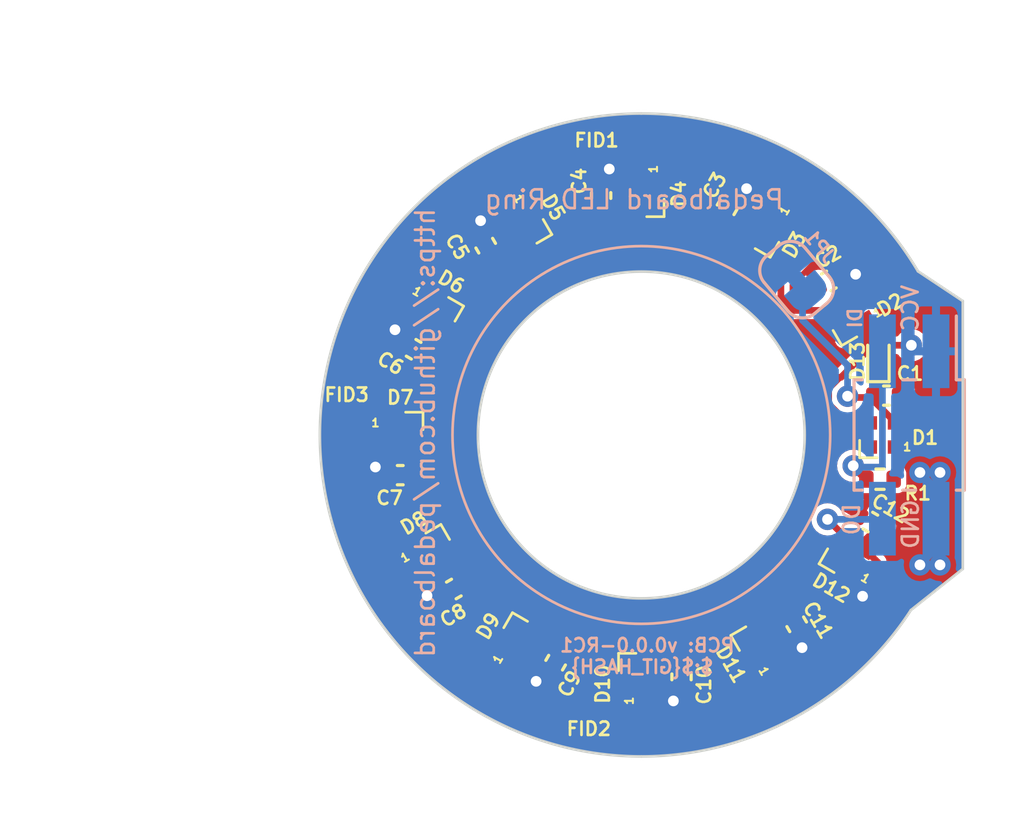
<source format=kicad_pcb>
(kicad_pcb (version 20221018) (generator pcbnew)
  (title_block (title "Pedalboard LED Ring") (date "2023-05-29") (rev "0.0.0-RC1") (company "https://github.com/pedalboard") (comment 1 "Source Code: https://github.com/pedalboard/pedalboard-display") (comment 2 "License: CERN Open Hardware Licence Version 2 - Permissive") (comment 3 "Git commit: ${GIT_HASH}"))
  (layers (0 "F.Cu" signal) (31 "B.Cu" signal) (34 "B.Paste" user) (35 "F.Paste" user) (36 "B.SilkS" user "B.Silkscreen") (37 "F.SilkS" user "F.Silkscreen") (38 "B.Mask" user) (39 "F.Mask" user) (44 "Edge.Cuts" user))
  (net 0 "")
  (net 1 "Net-(D1-DOUT)")
  (net 2 "Net-(D1-DIN)")
  (net 3 "Net-(D2-DOUT)")
  (net 4 "Net-(D3-DOUT)")
  (net 5 "Net-(D4-DOUT)")
  (net 6 "Net-(D5-DOUT)")
  (net 7 "Net-(D6-DOUT)")
  (net 8 "Net-(D12-DOUT)")
  (net 9 "VCC")
  (net 10 "GND")
  (net 11 "Net-(D7-DOUT)")
  (net 12 "Net-(D8-DOUT)")
  (net 13 "Net-(D10-DIN)")
  (net 14 "Net-(D11-DOUT)")
  (net 15 "Net-(D10-DOUT)")
  (net 16 "Net-(D1-VDD)")
  (net 17 "Net-(J1-Pin_3)")
  (footprint "Fiducial:Fiducial_0.5mm_Mask1mm" (layer "F.Cu") (at 80 71)
    (fp_text reference "FID2" (at -1.96 -0.03) (layer "F.SilkS") (effects (font (size 0.5 0.5) (thickness 0.1) bold)))
    (fp_text value "Fiducial")
    (pad "" smd circle (at 0 0) (size 0.5 0.5) (layers "F.Cu" "F.Mask") (clearance 0.25))
  )
  (footprint "Library:LED_SK6812_EC15_1.5x1.5mm" (layer "F.Cu") (at 84.5 67.794229 120)
    (fp_text reference "D11" (at -0.086842 -1.378044 120) (layer "F.SilkS") (effects (font (size 0.5 0.5) (thickness 0.1) bold)))
    (fp_text value "SK6812_EC15")
    (fp_text user "1" (at -0.925 -0.45 120) (layer "F.SilkS") (effects (font (size 0.3 0.3) (thickness 0.075))))
    (fp_line (start 0.85 -0.85) (end 0.2 -0.85) (stroke (width 0.1)) (layer "F.SilkS"))
    (fp_line (start 0.85 -0.2) (end 0.85 -0.85) (stroke (width 0.1)) (layer "F.SilkS"))
    (pad "1" smd rect (at -0.45 -0.45 120) (size 0.5 0.5) (layers "F.Cu" "F.Paste" "F.Mask") (net 15 "Net-(D10-DOUT)"))
    (pad "2" smd rect (at -0.45 0.45 120) (size 0.5 0.5) (layers "F.Cu" "F.Paste" "F.Mask") (net 9 "VCC"))
    (pad "3" smd rect (at 0.45 0.45 120) (size 0.5 0.5) (layers "F.Cu" "F.Paste" "F.Mask") (net 14 "Net-(D11-DOUT)"))
    (pad "4" smd rect (at 0.45 -0.45 120) (size 0.5 0.5) (layers "F.Cu" "F.Paste" "F.Mask") (net 10 "GND"))
  )
  (footprint "Capacitor_SMD:C_0402_1005Metric" (layer "F.Cu") (at 78.5 51.06 -90)
    (fp_text reference "C4" (at -0.54 0.82 -90) (layer "F.SilkS") (effects (font (size 0.5 0.5) (thickness 0.1) bold)))
    (fp_text value "1uF")
    (fp_line (start -0.107836 -0.36) (end 0.107836 -0.36) (stroke (width 0.12)) (layer "F.SilkS"))
    (fp_line (start -0.107836 0.36) (end 0.107836 0.36) (stroke (width 0.12)) (layer "F.SilkS"))
    (pad "1" smd roundrect (at -0.48 0 270) (size 0.56 0.62) (layers "F.Cu" "F.Paste" "F.Mask") (net 9 "VCC"))
    (pad "2" smd roundrect (at 0.48 0 270) (size 0.56 0.62) (layers "F.Cu" "F.Paste" "F.Mask") (net 10 "GND"))
  )
  (footprint "Capacitor_SMD:C_0402_1005Metric" (layer "F.Cu") (at 74.19 52.932733 -60)
    (fp_text reference "C5" (at -0.497726 0.93662 -60) (layer "F.SilkS") (effects (font (size 0.5 0.5) (thickness 0.1) bold)))
    (fp_text value "1uF")
    (fp_line (start -0.107836 -0.36) (end 0.107836 -0.36) (stroke (width 0.12)) (layer "F.SilkS"))
    (fp_line (start -0.107836 0.36) (end 0.107836 0.36) (stroke (width 0.12)) (layer "F.SilkS"))
    (pad "1" smd roundrect (at -0.48 0 300) (size 0.56 0.62) (layers "F.Cu" "F.Paste" "F.Mask") (net 9 "VCC"))
    (pad "2" smd roundrect (at 0.48 0 300) (size 0.56 0.62) (layers "F.Cu" "F.Paste" "F.Mask") (net 10 "GND"))
  )
  (footprint "Library:LED_SK6812_EC15_1.5x1.5mm" (layer "F.Cu") (at 89 60 180)
    (fp_text reference "D1" (at -1.59 -0.1) (layer "F.SilkS") (effects (font (size 0.5 0.5) (thickness 0.1) bold)))
    (fp_text value "SK6812_EC15")
    (fp_text user "1" (at -0.925 -0.45) (layer "F.SilkS") (effects (font (size 0.3 0.3) (thickness 0.075))))
    (fp_line (start 0.85 -0.85) (end 0.2 -0.85) (stroke (width 0.1)) (layer "F.SilkS"))
    (fp_line (start 0.85 -0.2) (end 0.85 -0.85) (stroke (width 0.1)) (layer "F.SilkS"))
    (pad "1" smd rect (at -0.45 -0.45 180) (size 0.5 0.5) (layers "F.Cu" "F.Paste" "F.Mask") (net 2 "Net-(D1-DIN)"))
    (pad "2" smd rect (at -0.45 0.45 180) (size 0.5 0.5) (layers "F.Cu" "F.Paste" "F.Mask") (net 16 "Net-(D1-VDD)"))
    (pad "3" smd rect (at 0.45 0.45 180) (size 0.5 0.5) (layers "F.Cu" "F.Paste" "F.Mask") (net 1 "Net-(D1-DOUT)"))
    (pad "4" smd rect (at 0.45 -0.45 180) (size 0.5 0.5) (layers "F.Cu" "F.Paste" "F.Mask") (net 10 "GND"))
  )
  (footprint "Library:LED_SK6812_EC15_1.5x1.5mm" (layer "F.Cu") (at 80 51 -90)
    (fp_text reference "D4" (at 0 -1.4 90) (layer "F.SilkS") (effects (font (size 0.5 0.5) (thickness 0.1) bold)))
    (fp_text value "SK6812_EC15")
    (fp_text user "1" (at -0.925 -0.45 90) (layer "F.SilkS") (effects (font (size 0.3 0.3) (thickness 0.075))))
    (fp_line (start 0.85 -0.85) (end 0.2 -0.85) (stroke (width 0.1)) (layer "F.SilkS"))
    (fp_line (start 0.85 -0.2) (end 0.85 -0.85) (stroke (width 0.1)) (layer "F.SilkS"))
    (pad "1" smd rect (at -0.45 -0.45 270) (size 0.5 0.5) (layers "F.Cu" "F.Paste" "F.Mask") (net 4 "Net-(D3-DOUT)"))
    (pad "2" smd rect (at -0.45 0.45 270) (size 0.5 0.5) (layers "F.Cu" "F.Paste" "F.Mask") (net 9 "VCC"))
    (pad "3" smd rect (at 0.45 0.45 270) (size 0.5 0.5) (layers "F.Cu" "F.Paste" "F.Mask") (net 5 "Net-(D4-DOUT)"))
    (pad "4" smd rect (at 0.45 -0.45 270) (size 0.5 0.5) (layers "F.Cu" "F.Paste" "F.Mask") (net 10 "GND"))
  )
  (footprint "Library:LED_SK6812_EC15_1.5x1.5mm" (layer "F.Cu") (at 87.794229 64.5 150)
    (fp_text reference "D12" (at 0 -1.4 150) (layer "F.SilkS") (effects (font (size 0.5 0.5) (thickness 0.1) bold)))
    (fp_text value "SK6812_EC15")
    (fp_text user "1" (at -0.925 -0.45 150) (layer "F.SilkS") (effects (font (size 0.3 0.3) (thickness 0.075))))
    (fp_line (start 0.85 -0.85) (end 0.2 -0.85) (stroke (width 0.1)) (layer "F.SilkS"))
    (fp_line (start 0.85 -0.2) (end 0.85 -0.85) (stroke (width 0.1)) (layer "F.SilkS"))
    (pad "1" smd rect (at -0.45 -0.45 150) (size 0.5 0.5) (layers "F.Cu" "F.Paste" "F.Mask") (net 14 "Net-(D11-DOUT)"))
    (pad "2" smd rect (at -0.45 0.45 150) (size 0.5 0.5) (layers "F.Cu" "F.Paste" "F.Mask") (net 9 "VCC"))
    (pad "3" smd rect (at 0.45 0.45 150) (size 0.5 0.5) (layers "F.Cu" "F.Paste" "F.Mask") (net 8 "Net-(D12-DOUT)"))
    (pad "4" smd rect (at 0.45 -0.45 150) (size 0.5 0.5) (layers "F.Cu" "F.Paste" "F.Mask") (net 10 "GND"))
  )
  (footprint "Library:LED_SK6812_EC15_1.5x1.5mm" (layer "F.Cu") (at 72.205771 64.5 30)
    (fp_text reference "D8" (at 0 -1.4 30) (layer "F.SilkS") (effects (font (size 0.5 0.5) (thickness 0.1) bold)))
    (fp_text value "SK6812_EC15")
    (fp_text user "1" (at -0.925 -0.45 30) (layer "F.SilkS") (effects (font (size 0.3 0.3) (thickness 0.075))))
    (fp_line (start 0.85 -0.85) (end 0.2 -0.85) (stroke (width 0.1)) (layer "F.SilkS"))
    (fp_line (start 0.85 -0.2) (end 0.85 -0.85) (stroke (width 0.1)) (layer "F.SilkS"))
    (pad "1" smd rect (at -0.45 -0.45 30) (size 0.5 0.5) (layers "F.Cu" "F.Paste" "F.Mask") (net 11 "Net-(D7-DOUT)"))
    (pad "2" smd rect (at -0.45 0.45 30) (size 0.5 0.5) (layers "F.Cu" "F.Paste" "F.Mask") (net 9 "VCC"))
    (pad "3" smd rect (at 0.45 0.45 30) (size 0.5 0.5) (layers "F.Cu" "F.Paste" "F.Mask") (net 12 "Net-(D8-DOUT)"))
    (pad "4" smd rect (at 0.45 -0.45 30) (size 0.5 0.5) (layers "F.Cu" "F.Paste" "F.Mask") (net 10 "GND"))
  )
  (footprint "Library:LED_SK6812_EC15_1.5x1.5mm" (layer "F.Cu") (at 80 69 90)
    (fp_text reference "D10" (at -0.3 -1.44 90) (layer "F.SilkS") (effects (font (size 0.5 0.5) (thickness 0.1) bold)))
    (fp_text value "SK6812_EC15")
    (fp_text user "1" (at -0.925 -0.45 90) (layer "F.SilkS") (effects (font (size 0.3 0.3) (thickness 0.075))))
    (fp_line (start 0.85 -0.85) (end 0.2 -0.85) (stroke (width 0.1)) (layer "F.SilkS"))
    (fp_line (start 0.85 -0.2) (end 0.85 -0.85) (stroke (width 0.1)) (layer "F.SilkS"))
    (pad "1" smd rect (at -0.45 -0.45 90) (size 0.5 0.5) (layers "F.Cu" "F.Paste" "F.Mask") (net 13 "Net-(D10-DIN)"))
    (pad "2" smd rect (at -0.45 0.45 90) (size 0.5 0.5) (layers "F.Cu" "F.Paste" "F.Mask") (net 9 "VCC"))
    (pad "3" smd rect (at 0.45 0.45 90) (size 0.5 0.5) (layers "F.Cu" "F.Paste" "F.Mask") (net 15 "Net-(D10-DOUT)"))
    (pad "4" smd rect (at 0.45 -0.45 90) (size 0.5 0.5) (layers "F.Cu" "F.Paste" "F.Mask") (net 10 "GND"))
  )
  (footprint "Library:LED_SK6812_EC15_1.5x1.5mm" (layer "F.Cu") (at 71 60)
    (fp_text reference "D7" (at 0 -1.4) (layer "F.SilkS") (effects (font (size 0.5 0.5) (thickness 0.1) bold)))
    (fp_text value "SK6812_EC15")
    (fp_text user "1" (at -0.925 -0.45) (layer "F.SilkS") (effects (font (size 0.3 0.3) (thickness 0.075))))
    (fp_line (start 0.85 -0.85) (end 0.2 -0.85) (stroke (width 0.1)) (layer "F.SilkS"))
    (fp_line (start 0.85 -0.2) (end 0.85 -0.85) (stroke (width 0.1)) (layer "F.SilkS"))
    (pad "1" smd rect (at -0.45 -0.45) (size 0.5 0.5) (layers "F.Cu" "F.Paste" "F.Mask") (net 7 "Net-(D6-DOUT)"))
    (pad "2" smd rect (at -0.45 0.45) (size 0.5 0.5) (layers "F.Cu" "F.Paste" "F.Mask") (net 9 "VCC"))
    (pad "3" smd rect (at 0.45 0.45) (size 0.5 0.5) (layers "F.Cu" "F.Paste" "F.Mask") (net 11 "Net-(D7-DOUT)"))
    (pad "4" smd rect (at 0.45 -0.45) (size 0.5 0.5) (layers "F.Cu" "F.Paste" "F.Mask") (net 10 "GND"))
  )
  (footprint "Library:LED_SK6812_EC15_1.5x1.5mm" (layer "F.Cu") (at 72.205771 55.5 -30)
    (fp_text reference "D6" (at 0 -1.4 150) (layer "F.SilkS") (effects (font (size 0.5 0.5) (thickness 0.1) bold)))
    (fp_text value "SK6812_EC15")
    (fp_text user "1" (at -0.925 -0.45 150) (layer "F.SilkS") (effects (font (size 0.3 0.3) (thickness 0.075))))
    (fp_line (start 0.85 -0.85) (end 0.2 -0.85) (stroke (width 0.1)) (layer "F.SilkS"))
    (fp_line (start 0.85 -0.2) (end 0.85 -0.85) (stroke (width 0.1)) (layer "F.SilkS"))
    (pad "1" smd rect (at -0.45 -0.45 330) (size 0.5 0.5) (layers "F.Cu" "F.Paste" "F.Mask") (net 6 "Net-(D5-DOUT)"))
    (pad "2" smd rect (at -0.45 0.45 330) (size 0.5 0.5) (layers "F.Cu" "F.Paste" "F.Mask") (net 9 "VCC"))
    (pad "3" smd rect (at 0.45 0.45 330) (size 0.5 0.5) (layers "F.Cu" "F.Paste" "F.Mask") (net 7 "Net-(D6-DOUT)"))
    (pad "4" smd rect (at 0.45 -0.45 330) (size 0.5 0.5) (layers "F.Cu" "F.Paste" "F.Mask") (net 10 "GND"))
  )
  (footprint "Fiducial:Fiducial_0.5mm_Mask1mm" (layer "F.Cu") (at 80 49)
    (fp_text reference "FID1" (at -1.67 0) (layer "F.SilkS") (effects (font (size 0.5 0.5) (thickness 0.1) bold)))
    (fp_text value "Fiducial")
    (pad "" smd circle (at 0 0) (size 0.5 0.5) (layers "F.Cu" "F.Mask") (clearance 0.25))
  )
  (footprint "Capacitor_SMD:C_0402_1005Metric" (layer "F.Cu") (at 71 61.5)
    (fp_text reference "C7" (at -0.4 0.85) (layer "F.SilkS") (effects (font (size 0.5 0.5) (thickness 0.1) bold)))
    (fp_text value "1uF")
    (fp_line (start -0.107836 -0.36) (end 0.107836 -0.36) (stroke (width 0.12)) (layer "F.SilkS"))
    (fp_line (start -0.107836 0.36) (end 0.107836 0.36) (stroke (width 0.12)) (layer "F.SilkS"))
    (pad "1" smd roundrect (at -0.48 0) (size 0.56 0.62) (layers "F.Cu" "F.Paste" "F.Mask") (net 9 "VCC"))
    (pad "2" smd roundrect (at 0.48 0) (size 0.56 0.62) (layers "F.Cu" "F.Paste" "F.Mask") (net 10 "GND"))
  )
  (footprint "Diode_SMD:D_SOD-923" (layer "F.Cu") (at 88.85 57.15 90)
    (fp_text reference "D13" (at -0.1 -0.78 90) (layer "F.SilkS") (effects (font (size 0.5 0.5) (thickness 0.1) bold)))
    (fp_text value "1N4148W")
    (fp_line (start -0.86 -0.4) (end -0.86 0.4) (stroke (width 0.12)) (layer "F.SilkS"))
    (fp_line (start 0.5 -0.4) (end -0.86 -0.4) (stroke (width 0.12)) (layer "F.SilkS"))
    (fp_line (start 0.5 0.4) (end -0.86 0.4) (stroke (width 0.12)) (layer "F.SilkS"))
    (pad "1" smd roundrect (at -0.42 0 270) (size 0.36 0.25) (layers "F.Cu" "F.Paste" "F.Mask") (net 16 "Net-(D1-VDD)"))
    (pad "2" smd roundrect (at 0.42 0 270) (size 0.36 0.25) (layers "F.Cu" "F.Paste" "F.Mask") (net 9 "VCC"))
  )
  (footprint "Capacitor_SMD:C_0402_1005Metric" (layer "F.Cu") (at 73 65.75 30)
    (fp_text reference "C8" (at -0.512321 0.847365 30) (layer "F.SilkS") (effects (font (size 0.5 0.5) (thickness 0.1) bold)))
    (fp_text value "1uF")
    (fp_line (start -0.107836 -0.36) (end 0.107836 -0.36) (stroke (width 0.12)) (layer "F.SilkS"))
    (fp_line (start -0.107836 0.36) (end 0.107836 0.36) (stroke (width 0.12)) (layer "F.SilkS"))
    (pad "1" smd roundrect (at -0.48 0 30) (size 0.56 0.62) (layers "F.Cu" "F.Paste" "F.Mask") (net 9 "VCC"))
    (pad "2" smd roundrect (at 0.48 0 30) (size 0.56 0.62) (layers "F.Cu" "F.Paste" "F.Mask") (net 10 "GND"))
  )
  (footprint "Capacitor_SMD:C_0402_1005Metric" (layer "F.Cu") (at 76.8 68.5 60)
    (fp_text reference "C9" (at -0.43282 0.850333 60) (layer "F.SilkS") (effects (font (size 0.5 0.5) (thickness 0.1) bold)))
    (fp_text value "1uF")
    (fp_line (start -0.107836 -0.36) (end 0.107836 -0.36) (stroke (width 0.12)) (layer "F.SilkS"))
    (fp_line (start -0.107836 0.36) (end 0.107836 0.36) (stroke (width 0.12)) (layer "F.SilkS"))
    (pad "1" smd roundrect (at -0.48 0 60) (size 0.56 0.62) (layers "F.Cu" "F.Paste" "F.Mask") (net 9 "VCC"))
    (pad "2" smd roundrect (at 0.48 0 60) (size 0.56 0.62) (layers "F.Cu" "F.Paste" "F.Mask") (net 10 "GND"))
  )
  (footprint "Library:Actuator" (layer "F.Cu") (at 80 60)
    (fp_text reference "H4" hide)
    (fp_text value "Actuator Hole")
  )
  (footprint "Capacitor_SMD:C_0402_1005Metric" (layer "F.Cu") (at 85.8 67.067267 120)
    (fp_text reference "C11" (at -0.263803 0.771454 120) (layer "F.SilkS") (effects (font (size 0.5 0.5) (thickness 0.1) bold)))
    (fp_text value "1uF")
    (fp_line (start -0.107836 -0.36) (end 0.107836 -0.36) (stroke (width 0.12)) (layer "F.SilkS"))
    (fp_line (start -0.107836 0.36) (end 0.107836 0.36) (stroke (width 0.12)) (layer "F.SilkS"))
    (pad "1" smd roundrect (at -0.48 0 120) (size 0.56 0.62) (layers "F.Cu" "F.Paste" "F.Mask") (net 9 "VCC"))
    (pad "2" smd roundrect (at 0.48 0 120) (size 0.56 0.62) (layers "F.Cu" "F.Paste" "F.Mask") (net 10 "GND"))
  )
  (footprint "Capacitor_SMD:C_0402_1005Metric" (layer "F.Cu") (at 71.5 56.8 -30)
    (fp_text reference "C6" (at -0.484782 0.880333 -30) (layer "F.SilkS") (effects (font (size 0.5 0.5) (thickness 0.1) bold)))
    (fp_text value "1uF")
    (fp_line (start -0.107836 -0.36) (end 0.107836 -0.36) (stroke (width 0.12)) (layer "F.SilkS"))
    (fp_line (start -0.107836 0.36) (end 0.107836 0.36) (stroke (width 0.12)) (layer "F.SilkS"))
    (pad "1" smd roundrect (at -0.48 0 330) (size 0.56 0.62) (layers "F.Cu" "F.Paste" "F.Mask") (net 9 "VCC"))
    (pad "2" smd roundrect (at 0.48 0 330) (size 0.56 0.62) (layers "F.Cu" "F.Paste" "F.Mask") (net 10 "GND"))
  )
  (footprint "Capacitor_SMD:C_0402_1005Metric" (layer "F.Cu") (at 81.5 69.03 90)
    (fp_text reference "C10" (at -0.3 0.84 90) (layer "F.SilkS") (effects (font (size 0.5 0.5) (thickness 0.1) bold)))
    (fp_text value "1uF")
    (fp_line (start -0.107836 -0.36) (end 0.107836 -0.36) (stroke (width 0.12)) (layer "F.SilkS"))
    (fp_line (start -0.107836 0.36) (end 0.107836 0.36) (stroke (width 0.12)) (layer "F.SilkS"))
    (pad "1" smd roundrect (at -0.48 0 90) (size 0.56 0.62) (layers "F.Cu" "F.Paste" "F.Mask") (net 9 "VCC"))
    (pad "2" smd roundrect (at 0.48 0 90) (size 0.56 0.62) (layers "F.Cu" "F.Paste" "F.Mask") (net 10 "GND"))
  )
  (footprint "Library:LED_SK6812_EC15_1.5x1.5mm" (layer "F.Cu") (at 87.794229 55.5 -150)
    (fp_text reference "D2" (at -1.479036 -0.449777 30) (layer "F.SilkS") (effects (font (size 0.5 0.5) (thickness 0.1) bold)))
    (fp_text value "SK6812_EC15")
    (fp_text user "1" (at -0.925 -0.45 30) (layer "F.SilkS") (effects (font (size 0.3 0.3) (thickness 0.075))))
    (fp_line (start 0.85 -0.85) (end 0.2 -0.85) (stroke (width 0.1)) (layer "F.SilkS"))
    (fp_line (start 0.85 -0.2) (end 0.85 -0.85) (stroke (width 0.1)) (layer "F.SilkS"))
    (pad "1" smd rect (at -0.45 -0.45 210) (size 0.5 0.5) (layers "F.Cu" "F.Paste" "F.Mask") (net 1 "Net-(D1-DOUT)"))
    (pad "2" smd rect (at -0.45 0.45 210) (size 0.5 0.5) (layers "F.Cu" "F.Paste" "F.Mask") (net 9 "VCC"))
    (pad "3" smd rect (at 0.45 0.45 210) (size 0.5 0.5) (layers "F.Cu" "F.Paste" "F.Mask") (net 3 "Net-(D2-DOUT)"))
    (pad "4" smd rect (at 0.45 -0.45 210) (size 0.5 0.5) (layers "F.Cu" "F.Paste" "F.Mask") (net 10 "GND"))
  )
  (footprint "Capacitor_SMD:C_0402_1005Metric" (layer "F.Cu") (at 89.15 58.53)
    (fp_text reference "C1" (at 0.88 -0.82) (layer "F.SilkS") (effects (font (size 0.5 0.5) (thickness 0.1) bold)))
    (fp_text value "1uF")
    (fp_line (start -0.107836 -0.36) (end 0.107836 -0.36) (stroke (width 0.12)) (layer "F.SilkS"))
    (fp_line (start -0.107836 0.36) (end 0.107836 0.36) (stroke (width 0.12)) (layer "F.SilkS"))
    (pad "1" smd roundrect (at -0.48 0) (size 0.56 0.62) (layers "F.Cu" "F.Paste" "F.Mask") (net 16 "Net-(D1-VDD)"))
    (pad "2" smd roundrect (at 0.48 0) (size 0.56 0.62) (layers "F.Cu" "F.Paste" "F.Mask") (net 10 "GND"))
  )
  (footprint "Capacitor_SMD:C_0402_1005Metric" (layer "F.Cu") (at 87 54.25 -150)
    (fp_text reference "C2" (at -0.424019 0.794423 -150) (layer "F.SilkS") (effects (font (size 0.5 0.5) (thickness 0.1) bold)))
    (fp_text value "1uF")
    (fp_line (start -0.107836 -0.36) (end 0.107836 -0.36) (stroke (width 0.12)) (layer "F.SilkS"))
    (fp_line (start -0.107836 0.36) (end 0.107836 0.36) (stroke (width 0.12)) (layer "F.SilkS"))
    (pad "1" smd roundrect (at -0.48 0 210) (size 0.56 0.62) (layers "F.Cu" "F.Paste" "F.Mask") (net 9 "VCC"))
    (pad "2" smd roundrect (at 0.48 0 210) (size 0.56 0.62) (layers "F.Cu" "F.Paste" "F.Mask") (net 10 "GND"))
  )
  (footprint "Library:LED_SK6812_EC15_1.5x1.5mm" (layer "F.Cu") (at 75.5 52.205771 -60)
    (fp_text reference "D5" (at 0 -1.4 120) (layer "F.SilkS") (effects (font (size 0.5 0.5) (thickness 0.1) bold)))
    (fp_text value "SK6812_EC15")
    (fp_text user "1" (at -0.925 -0.45 120) (layer "F.SilkS") (effects (font (size 0.3 0.3) (thickness 0.075))))
    (fp_line (start 0.85 -0.85) (end 0.2 -0.85) (stroke (width 0.1)) (layer "F.SilkS"))
    (fp_line (start 0.85 -0.2) (end 0.85 -0.85) (stroke (width 0.1)) (layer "F.SilkS"))
    (pad "1" smd rect (at -0.45 -0.45 300) (size 0.5 0.5) (layers "F.Cu" "F.Paste" "F.Mask") (net 5 "Net-(D4-DOUT)"))
    (pad "2" smd rect (at -0.45 0.45 300) (size 0.5 0.5) (layers "F.Cu" "F.Paste" "F.Mask") (net 9 "VCC"))
    (pad "3" smd rect (at 0.45 0.45 300) (size 0.5 0.5) (layers "F.Cu" "F.Paste" "F.Mask") (net 6 "Net-(D5-DOUT)"))
    (pad "4" smd rect (at 0.45 -0.45 300) (size 0.5 0.5) (layers "F.Cu" "F.Paste" "F.Mask") (net 10 "GND"))
  )
  (footprint "Capacitor_SMD:C_0402_1005Metric" (layer "F.Cu") (at 88.55 63.25 150)
    (fp_text reference "C12" (at -0.394519 0.816673 150) (layer "F.SilkS") (effects (font (size 0.5 0.5) (thickness 0.1) bold)))
    (fp_text value "1uF")
    (fp_line (start -0.107836 -0.36) (end 0.107836 -0.36) (stroke (width 0.12)) (layer "F.SilkS"))
    (fp_line (start -0.107836 0.36) (end 0.107836 0.36) (stroke (width 0.12)) (layer "F.SilkS"))
    (pad "1" smd roundrect (at -0.48 0 150) (size 0.56 0.62) (layers "F.Cu" "F.Paste" "F.Mask") (net 9 "VCC"))
    (pad "2" smd roundrect (at 0.48 0 150) (size 0.56 0.62) (layers "F.Cu" "F.Paste" "F.Mask") (net 10 "GND"))
  )
  (footprint "Library:LED_SK6812_EC15_1.5x1.5mm" (layer "F.Cu") (at 75.5 67.794229 60)
    (fp_text reference "D9" (at -0.039639 -1.377115 60) (layer "F.SilkS") (effects (font (size 0.5 0.5) (thickness 0.1) bold)))
    (fp_text value "SK6812_EC15")
    (fp_text user "1" (at -0.925 -0.45 60) (layer "F.SilkS") (effects (font (size 0.3 0.3) (thickness 0.075))))
    (fp_line (start 0.85 -0.85) (end 0.2 -0.85) (stroke (width 0.1)) (layer "F.SilkS"))
    (fp_line (start 0.85 -0.2) (end 0.85 -0.85) (stroke (width 0.1)) (layer "F.SilkS"))
    (pad "1" smd rect (at -0.45 -0.45 60) (size 0.5 0.5) (layers "F.Cu" "F.Paste" "F.Mask") (net 12 "Net-(D8-DOUT)"))
    (pad "2" smd rect (at -0.45 0.45 60) (size 0.5 0.5) (layers "F.Cu" "F.Paste" "F.Mask") (net 9 "VCC"))
    (pad "3" smd rect (at 0.45 0.45 60) (size 0.5 0.5) (layers "F.Cu" "F.Paste" "F.Mask") (net 13 "Net-(D10-DIN)"))
    (pad "4" smd rect (at 0.45 -0.45 60) (size 0.5 0.5) (layers "F.Cu" "F.Paste" "F.Mask") (net 10 "GND"))
  )
  (footprint "Library:LED_SK6812_EC15_1.5x1.5mm" (layer "F.Cu") (at 84.5 52.205771 -120)
    (fp_text reference "D3" (at 0 -1.4 60) (layer "F.SilkS") (effects (font (size 0.5 0.5) (thickness 0.1) bold)))
    (fp_text value "SK6812_EC15")
    (fp_text user "1" (at -0.925 -0.45 60) (layer "F.SilkS") (effects (font (size 0.3 0.3) (thickness 0.075))))
    (fp_line (start 0.85 -0.85) (end 0.2 -0.85) (stroke (width 0.1)) (layer "F.SilkS"))
    (fp_line (start 0.85 -0.2) (end 0.85 -0.85) (stroke (width 0.1)) (layer "F.SilkS"))
    (pad "1" smd rect (at -0.45 -0.45 240) (size 0.5 0.5) (layers "F.Cu" "F.Paste" "F.Mask") (net 3 "Net-(D2-DOUT)"))
    (pad "2" smd rect (at -0.45 0.45 240) (size 0.5 0.5) (layers "F.Cu" "F.Paste" "F.Mask") (net 9 "VCC"))
    (pad "3" smd rect (at 0.45 0.45 240) (size 0.5 0.5) (layers "F.Cu" "F.Paste" "F.Mask") (net 4 "Net-(D3-DOUT)"))
    (pad "4" smd rect (at 0.45 -0.45 240) (size 0.5 0.5) (layers "F.Cu" "F.Paste" "F.Mask") (net 10 "GND"))
  )
  (footprint "Resistor_SMD:R_0402_1005Metric" (layer "F.Cu") (at 88.91 61.65 180)
    (fp_text reference "R1" (at -1.41 -0.53 180) (layer "F.SilkS") (effects (font (size 0.5 0.5) (thickness 0.1) bold)))
    (fp_text value "330")
    (fp_line (start -0.153641 -0.38) (end 0.153641 -0.38) (stroke (width 0.12)) (layer "F.SilkS"))
    (fp_line (start -0.153641 0.38) (end 0.153641 0.38) (stroke (width 0.12)) (layer "F.SilkS"))
    (pad "1" smd roundrect (at -0.51 0 180) (size 0.54 0.64) (layers "F.Cu" "F.Paste" "F.Mask") (net 2 "Net-(D1-DIN)"))
    (pad "2" smd roundrect (at 0.51 0 180) (size 0.54 0.64) (layers "F.Cu" "F.Paste" "F.Mask") (net 17 "Net-(J1-Pin_3)"))
  )
  (footprint "Capacitor_SMD:C_0402_1005Metric" (layer "F.Cu") (at 83.2 51.5 -120)
    (fp_text reference "C3" (at -0.471481 0.803372 -120) (layer "F.SilkS") (effects (font (size 0.5 0.5) (thickness 0.1) bold)))
    (fp_text value "1uF")
    (fp_line (start -0.107836 -0.36) (end 0.107836 -0.36) (stroke (width 0.12)) (layer "F.SilkS"))
    (fp_line (start -0.107836 0.36) (end 0.107836 0.36) (stroke (width 0.12)) (layer "F.SilkS"))
    (pad "1" smd roundrect (at -0.48 0 240) (size 0.56 0.62) (layers "F.Cu" "F.Paste" "F.Mask") (net 9 "VCC"))
    (pad "2" smd roundrect (at 0.48 0 240) (size 0.56 0.62) (layers "F.Cu" "F.Paste" "F.Mask") (net 10 "GND"))
  )
  (footprint "Fiducial:Fiducial_0.5mm_Mask1mm" (layer "F.Cu") (at 69 60)
    (fp_text reference "FID3" (at 0 -1.5) (layer "F.SilkS") (effects (font (size 0.5 0.5) (thickness 0.1) bold)))
    (fp_text value "Fiducial")
    (pad "" smd circle (at 0 0) (size 0.5 0.5) (layers "F.Cu" "F.Mask") (clearance 0.25))
  )
  (footprint "Connector_PinSocket_2.00mm:PinSocket_2x02_P2.00mm_Vertical_SMD" (layer "B.Cu") (at 90 60 90)
    (fp_text reference "J1" hide)
    (fp_text value "02x02")
    (fp_line (start -2.06 -2.06) (end 2.06 -2.06) (stroke (width 0.12)) (layer "B.SilkS"))
    (fp_line (start -2.06 -1.76) (end -2.06 -2.06) (stroke (width 0.12)) (layer "B.SilkS"))
    (fp_line (start -2.06 0.24) (end -2.06 -0.24) (stroke (width 0.12)) (layer "B.SilkS"))
    (fp_line (start -2.06 2.06) (end -2.06 1.76) (stroke (width 0.12)) (layer "B.SilkS"))
    (fp_line (start -2.06 2.06) (end 2.06 2.06) (stroke (width 0.12)) (layer "B.SilkS"))
    (fp_line (start 2.06 -1.76) (end 2.06 -2.06) (stroke (width 0.12)) (layer "B.SilkS"))
    (fp_line (start 2.06 0.24) (end 2.06 -0.24) (stroke (width 0.12)) (layer "B.SilkS"))
    (fp_line (start 2.06 1.76) (end 4.44 1.76) (stroke (width 0.12)) (layer "B.SilkS"))
    (fp_line (start 2.06 2.06) (end 2.06 1.76) (stroke (width 0.12)) (layer "B.SilkS"))
    (pad "1" smd rect (at 3.125 1 90) (size 2.75 1) (layers "B.Cu" "B.Paste" "B.Mask") (net 9 "VCC"))
    (pad "2" smd rect (at -3.125 1 90) (size 2.75 1) (layers "B.Cu" "B.Paste" "B.Mask") (net 10 "GND"))
    (pad "3" smd rect (at 3.125 -1 90) (size 2.75 1) (layers "B.Cu" "B.Paste" "B.Mask") (net 17 "Net-(J1-Pin_3)"))
    (pad "4" smd rect (at -3.125 -1 90) (size 2.75 1) (layers "B.Cu" "B.Paste" "B.Mask") (net 8 "Net-(D12-DOUT)"))
  )
  (footprint "Jumper:SolderJumper-2_P1.3mm_Bridged_RoundedPad1.0x1.5mm" (layer "B.Cu") (at 85.8 54.2 130)
    (fp_text reference "JP1" (at 0.397098 1.455855 130) (layer "B.SilkS") (effects (font (size 0.5 0.5) (thickness 0.1) bold) (justify mirror)))
    (fp_text value "SJ")
    (fp_poly (pts (xy 0.25 0.3) (xy -0.25 0.3) (xy -0.25 -0.3) (xy 0.25 -0.3)) (fill solid) (layer "B.Cu"))
    (fp_line (start -1.4 -0.3) (end -1.4 0.3) (stroke (width 0.12)) (layer "B.SilkS"))
    (fp_line (start -0.7 1) (end 0.7 1) (stroke (width 0.12)) (layer "B.SilkS"))
    (fp_line (start 0.7 -1) (end -0.7 -1) (stroke (width 0.12)) (layer "B.SilkS"))
    (fp_line (start 1.4 0.3) (end 1.4 -0.3) (stroke (width 0.12)) (layer "B.SilkS"))
    (fp_arc (start -1.4 -0.3) (mid -1.194975 -0.794975) (end -0.7 -1) (stroke (width 0.12)) (layer "B.SilkS"))
    (fp_arc (start -0.7 1) (mid -1.194975 0.794975) (end -1.4 0.3) (stroke (width 0.12)) (layer "B.SilkS"))
    (fp_arc (start 0.7 -1) (mid 1.194975 -0.794975) (end 1.4 -0.3) (stroke (width 0.12)) (layer "B.SilkS"))
    (fp_arc (start 1.4 0.3) (mid 1.194975 0.794974) (end 0.7 1) (stroke (width 0.12)) (layer "B.SilkS"))
    (pad "1" smd custom (at -0.65 0 130) (size 1 0.5) (layers "B.Cu" "B.Mask") (net 16 "Net-(D1-VDD)") (options (clearance outline) (anchor rect)) (primitives (gr_circle (center 0 -0.25) (end 0.5 -0.25) (width 0) (fill yes)) (gr_circle (center 0 0.25) (end 0.5 0.25) (width 0) (fill yes)) (gr_poly (pts (xy 0.5 -0.75) (xy 0 -0.75) (xy 0 0.75) (xy 0.5 0.75)) (width 0) (fill yes))))
    (pad "2" smd custom (at 0.65 0 130) (size 1 0.5) (layers "B.Cu" "B.Mask") (net 9 "VCC") (options (clearance outline) (anchor rect)) (primitives (gr_circle (center 0 -0.25) (end 0.5 -0.25) (width 0) (fill yes)) (gr_circle (center 0 0.25) (end 0.5 0.25) (width 0) (fill yes)) (gr_poly (pts (xy 0 -0.75) (xy -0.5 -0.75) (xy -0.5 0.75) (xy 0 0.75)) (width 0) (fill yes))))
  )
  (gr_circle (center 80 60) (end 87.05 60) (stroke (width 0.1)) (fill none) (layer "B.SilkS"))
  (gr_arc (start 90.062673 66.537784) (mid 85.724797 70.546407) (end 80 72) (stroke (width 0.1)) (layer "Edge.Cuts"))
  (gr_circle (center 80 60) (end 86.1 60) (stroke (width 0.1)) (fill none) (layer "Edge.Cuts"))
  (gr_line (start 92 55) (end 92 65) (stroke (width 0.1)) (layer "Edge.Cuts"))
  (gr_arc (start 80 72) (mid 68 60) (end 80 48) (stroke (width 0.1)) (layer "Edge.Cuts"))
  (gr_line (start 90.062673 66.537784) (end 92 65) (stroke (width 0.1)) (layer "Edge.Cuts"))
  (gr_arc (start 80 48) (mid 85.944278 49.575722) (end 90.327467 53.889073) (stroke (width 0.1)) (layer "Edge.Cuts"))
  (gr_line (start 90.327467 53.889073) (end 92 55) (stroke (width 0.1)) (layer "Edge.Cuts"))
  (gr_text "DI" (at 88.27 55.2 90) (layer "B.SilkS") (effects (font (size 0.5 0.5) (thickness 0.1)) (justify left bottom mirror)))
  (gr_text "D0" (at 88.2 62.5 90) (layer "B.SilkS") (effects (font (size 0.6 0.6) (thickness 0.1)) (justify left bottom mirror)))
  (gr_text "GND\n" (at 90.4 62.35 90) (layer "B.SilkS") (effects (font (size 0.6 0.6) (thickness 0.1)) (justify left bottom mirror)))
  (gr_text "${COMPANY}" (at 72.34 59.92 90) (layer "B.SilkS") (effects (font (size 0.7 0.7) (thickness 0.1)) (justify bottom mirror)))
  (gr_text "VCC" (at 90.39 54.34 90) (layer "B.SilkS") (effects (font (size 0.6 0.6) (thickness 0.1)) (justify left bottom mirror)))
  (gr_text "PCB: v${REVISION} \n$:${GIT_HASH}" (at 80.03 68.95) (layer "B.SilkS") (effects (font (size 0.5 0.5) (thickness 0.1) bold) (justify bottom mirror)))
  (gr_text "${TITLE}" (at 79.73 51.62) (layer "B.SilkS") (effects (font (size 0.7 0.7) (thickness 0.1)) (justify bottom mirror)))
  (segment (start 88.55 59.55) (end 87.7 59.55) (width 0.25) (layer "F.Cu") (net 1))
  (segment (start 88.40894 56.89106) (end 88.40894 55.664711) (width 0.25) (layer "F.Cu") (net 1))
  (segment (start 87.453157 57.846843) (end 88.40894 56.89106) (width 0.25) (layer "F.Cu") (net 1))
  (segment (start 87.406136 57.846843) (end 87.453157 57.846843) (width 0.25) (layer "F.Cu") (net 1))
  (segment (start 87.7 59.55) (end 86.993157 58.843157) (width 0.25) (layer "F.Cu") (net 1))
  (segment (start 86.993157 58.843157) (end 86.993157 58.259822) (width 0.25) (layer "F.Cu") (net 1))
  (segment (start 86.993157 58.259822) (end 87.406136 57.846843) (width 0.25) (layer "F.Cu") (net 1))
  (segment (start 89.495 60.495) (end 89.495 61.4675) (width 0.25) (layer "F.Cu") (net 2))
  (segment (start 85.90106 52.04106) (end 86.22 52.36) (width 0.25) (layer "F.Cu") (net 3))
  (segment (start 85.21 54.86) (end 85.7 55.35) (width 0.25) (layer "F.Cu") (net 3))
  (segment (start 86.22 52.36) (end 86.22 53.2) (width 0.25) (layer "F.Cu") (net 3))
  (segment (start 86.22 53.2) (end 85.21 54.21) (width 0.25) (layer "F.Cu") (net 3))
  (segment (start 85.114711 52.04106) (end 85.90106 52.04106) (width 0.25) (layer "F.Cu") (net 3))
  (segment (start 85.7 55.35) (end 87.164807 55.35) (width 0.25) (layer "F.Cu") (net 3))
  (segment (start 85.21 54.21) (end 85.21 54.86) (width 0.25) (layer "F.Cu") (net 3))
  (segment (start 81.65 52.3) (end 81.65 50.85) (width 0.25) (layer "F.Cu") (net 4))
  (segment (start 81.35 50.55) (end 80.45 50.55) (width 0.25) (layer "F.Cu") (net 4))
  (segment (start 83.885289 52.370482) (end 83.205771 53.05) (width 0.25) (layer "F.Cu") (net 4))
  (segment (start 81.65 50.85) (end 81.35 50.55) (width 0.25) (layer "F.Cu") (net 4))
  (segment (start 83.205771 53.05) (end 82.4 53.05) (width 0.25) (layer "F.Cu") (net 4))
  (segment (start 82.4 53.05) (end 81.65 52.3) (width 0.25) (layer "F.Cu") (net 4))
  (segment (start 79.55 51.45) (end 79.55 52.08) (width 0.25) (layer "F.Cu") (net 5))
  (segment (start 79.55 52.08) (end 78.93 52.7) (width 0.25) (layer "F.Cu") (net 5))
  (segment (start 78.93 52.7) (end 77.95 52.7) (width 0.25) (layer "F.Cu") (net 5))
  (segment (start 76.84106 51.59106) (end 75.664711 51.59106) (width 0.25) (layer "F.Cu") (net 5))
  (segment (start 77.95 52.7) (end 76.84106 51.59106) (width 0.25) (layer "F.Cu") (net 5))
  (segment (start 74.13 54.69) (end 73.66 54.22) (width 0.25) (layer "F.Cu") (net 6))
  (segment (start 75.335289 52.995289) (end 75.55 53.21) (width 0.25) (layer "F.Cu") (net 6))
  (segment (start 72.706349 54.22) (end 72.04106 54.885289) (width 0.25) (layer "F.Cu") (net 6))
  (segment (start 75.335289 52.820482) (end 75.335289 52.995289) (width 0.25) (layer "F.Cu") (net 6))
  (segment (start 75.55 53.84) (end 74.7 54.69) (width 0.25) (layer "F.Cu") (net 6))
  (segment (start 73.66 54.22) (end 72.706349 54.22) (width 0.25) (layer "F.Cu") (net 6))
  (segment (start 75.55 53.21) (end 75.55 53.84) (width 0.25) (layer "F.Cu") (net 6))
  (segment (start 74.7 54.69) (end 74.13 54.69) (width 0.25) (layer "F.Cu") (net 6))
  (segment (start 72.36 58.37) (end 71.12 58.37) (width 0.25) (layer "F.Cu") (net 7))
  (segment (start 71.12 58.37) (end 70.55 58.94) (width 0.25) (layer "F.Cu") (net 7))
  (segment (start 73.2 56.944229) (end 73.2 57.53) (width 0.25) (layer "F.Cu") (net 7))
  (segment (start 73.2 57.53) (end 72.36 58.37) (width 0.25) (layer "F.Cu") (net 7))
  (segment (start 72.370482 56.114711) (end 73.2 56.944229) (width 0.25) (layer "F.Cu") (net 7))
  (segment (start 70.55 58.94) (end 70.55 59.55) (width 0.25) (layer "F.Cu") (net 7))
  (segment (start 87.629518 63.829518) (end 86.95 63.15) (width 0.25) (layer "F.Cu") (net 8))
  (segment (start 87.629518 63.885289) (end 87.629518 63.829518) (width 0.25) (layer "F.Cu") (net 8))
  (via (at 86.95 63.15) (size 0.8) (drill 0.4) (layers "F.Cu" "B.Cu") (net 8))
  (segment (start 86.95 63.15) (end 88.975 63.15) (width 0.25) (layer "B.Cu") (net 8))
  (segment (start 88.975 63.15) (end 89 63.125) (width 0.25) (layer "B.Cu") (net 8))
  (segment (start 80.45 69.45) (end 80.717949 69.45) (width 0.25) (layer "F.Cu") (net 9))
  (segment (start 75.664711 68.789066) (end 76.071797 69.196152) (width 0.25) (layer "F.Cu") (net 9))
  (segment (start 80.717949 69.45) (end 81.196152 69.928203) (width 0.25) (layer "F.Cu") (net 9))
  (segment (start 71.59106 55.664711) (end 71.210934 55.664711) (width 0.25) (layer "F.Cu") (net 9))
  (segment (start 70.55 60.45) (end 70.55 60.717949) (width 0.25) (layer "F.Cu") (net 9))
  (segment (start 72.04106 65.95894) (end 72 66) (width 0.25) (layer "F.Cu") (net 9))
  (segment (start 79.282051 50.55) (end 78.803848 50.071797) (width 0.25) (layer "F.Cu") (net 9))
  (segment (start 86 67.94) (end 85.98106 67.95894) (width 0.25) (layer "F.Cu") (net 9))
  (segment (start 88.83 65.48) (end 88.8 65.48) (width 0.25) (layer "F.Cu") (net 9))
  (segment (start 88.40894 64.335289) (end 88.40894 63.865848) (width 0.25) (layer "F.Cu") (net 9))
  (segment (start 87.95894 54.04106) (end 88 54) (width 0.25) (layer "F.Cu") (net 9))
  (segment (start 74.04106 52.04106) (end 74 52) (width 0.25) (layer "F.Cu") (net 9))
  (segment (start 74.885289 52.04106) (end 74.04106 52.04106) (width 0.25) (layer "F.Cu") (net 9))
  (segment (start 72.04106 65.114711) (end 72.04106 65.95894) (width 0.25) (layer "F.Cu") (net 9))
  (segment (start 88.98 56.65) (end 88.85 56.78) (width 0.25) (layer "F.Cu") (net 9))
  (segment (start 83.928203 50.803848) (end 84.335289 51.210934) (width 0.25) (layer "F.Cu") (net 9))
  (segment (start 75.664711 68.40894) (end 75.664711 68.789066) (width 0.25) (layer "F.Cu") (net 9))
  (segment (start 79.55 50.55) (end 79.282051 50.55) (width 0.25) (layer "F.Cu") (net 9))
  (segment (start 88.8 65.48) (end 88.26 66.02) (width 0.25) (layer "F.Cu") (net 9))
  (segment (start 85.98106 67.95894) (end 85.114711 67.95894) (width 0.25) (layer "F.Cu") (net 9))
  (segment (start 90.079502 56.65) (end 89.955 56.774502) (width 0.25) (layer "F.Cu") (net 9))
  (segment (start 87.95894 54.885289) (end 87.95894 54.04106) (width 0.25) (layer "F.Cu") (net 9))
  (segment (start 88.40894 63.865848) (end 88.770172 63.504616) (width 0.25) (layer "F.Cu") (net 9))
  (segment (start 70.803848 56.071797) (end 71.210934 55.664711) (width 0.25) (layer "F.Cu") (net 9))
  (segment (start 90.079502 56.65) (end 88.98 56.65) (width 0.25) (layer "F.Cu") (net 9))
  (segment (start 88.83 64.756349) (end 88.83 65.48) (width 0.25) (layer "F.Cu") (net 9))
  (segment (start 70.55 60.717949) (end 70.071797 61.196152) (width 0.25) (layer "F.Cu") (net 9))
  (segment (start 84.335289 51.59106) (end 84.335289 51.210934) (width 0.25) (layer "F.Cu") (net 9))
  (segment (start 88.40894 64.335289) (end 88.83 64.756349) (width 0.25) (layer "F.Cu") (net 9))
  (via (at 74 52) (size 0.8) (drill 0.4) (layers "F.Cu" "B.Cu") (net 9))
  (via (at 70.071797 61.196152) (size 0.8) (drill 0.4) (layers "F.Cu" "B.Cu") (net 9))
  (via (at 76.071797 69.196152) (size 0.8) (drill 0.4) (layers "F.Cu" "B.Cu") (net 9))
  (via (at 90.079502 56.65) (size 0.8) (drill 0.4) (layers "F.Cu" "B.Cu") (net 9))
  (via (at 81.196152 69.928203) (size 0.8) (drill 0.4) (layers "F.Cu" "B.Cu") (net 9))
  (via (at 83.928203 50.803848) (size 0.8) (drill 0.4) (layers "F.Cu" "B.Cu") (net 9))
  (via (at 72 66) (size 0.8) (drill 0.4) (layers "F.Cu" "B.Cu") (net 9))
  (via (at 86 67.94) (size 0.8) (drill 0.4) (layers "F.Cu" "B.Cu") (net 9))
  (via (at 70.803848 56.071797) (size 0.8) (drill 0.4) (layers "F.Cu" "B.Cu") (net 9))
  (via (at 88 54) (size 0.8) (drill 0.4) (layers "F.Cu" "B.Cu") (net 9))
  (via (at 88.26 66.02) (size 0.8) (drill 0.4) (layers "F.Cu" "B.Cu") (net 9))
  (via (at 78.803848 50.071797) (size 0.8) (drill 0.4) (layers "F.Cu" "B.Cu") (net 9))
  (via (at 90.4 61.4) (size 0.8) (drill 0.4) (layers "F.Cu" "B.Cu") (net 10))
  (via (at 91.15 61.4) (size 0.8) (drill 0.4) (layers "F.Cu" "B.Cu") (net 10))
  (via (at 91.15 64.85) (size 0.8) (drill 0.4) (layers "F.Cu" "B.Cu") (net 10))
  (via (at 90.4 64.85) (size 0.8) (drill 0.4) (layers "F.Cu" "B.Cu") (net 10))
  (segment (start 91 64.25) (end 90.4 64.85) (width 0.25) (layer "B.Cu") (net 10))
  (segment (start 91 64.7) (end 91.15 64.85) (width 0.25) (layer "B.Cu") (net 10))
  (segment (start 91.1 64.9) (end 90.4 64.9) (width 0.25) (layer "B.Cu") (net 10))
  (segment (start 91 63.125) (end 91 61.55) (width 0.25) (layer "B.Cu") (net 10))
  (segment (start 91 62) (end 90.4 61.4) (width 0.25) (layer "B.Cu") (net 10))
  (segment (start 91 61.55) (end 91.15 61.4) (width 0.25) (layer "B.Cu") (net 10))
  (segment (start 91 63.125) (end 91 64.7) (width 0.25) (layer "B.Cu") (net 10))
  (segment (start 71.27 63.38) (end 71.27 64.014229) (width 0.25) (layer "F.Cu") (net 11))
  (segment (start 72.7 61.95) (end 71.27 63.38) (width 0.25) (layer "F.Cu") (net 11))
  (segment (start 71.27 64.014229) (end 71.59106 64.335289) (width 0.25) (layer "F.Cu") (net 11))
  (segment (start 71.45 60.45) (end 71.86 60.45) (width 0.25) (layer "F.Cu") (net 11))
  (segment (start 72.7 61.29) (end 72.7 61.95) (width 0.25) (layer "F.Cu") (net 11))
  (segment (start 71.86 60.45) (end 72.7 61.29) (width 0.25) (layer "F.Cu") (net 11))
  (segment (start 74.9 65.1) (end 74.9 65.8) (width 0.25) (layer "F.Cu") (net 12))
  (segment (start 74.464711 64.664711) (end 74.9 65.1) (width 0.25) (layer "F.Cu") (net 12))
  (segment (start 74.9 65.8) (end 74.33 66.37) (width 0.25) (layer "F.Cu") (net 12))
  (segment (start 74.33 67.403651) (end 74.885289 67.95894) (width 0.25) (layer "F.Cu") (net 12))
  (segment (start 74.33 66.37) (end 74.33 67.403651) (width 0.25) (layer "F.Cu") (net 12))
  (segment (start 72.820482 64.664711) (end 74.464711 64.664711) (width 0.25) (layer "F.Cu") (net 12))
  (segment (start 76.754229 66.99) (end 77.68 66.99) (width 0.25) (layer "F.Cu") (net 13))
  (segment (start 78.25 68.69) (end 79.01 69.45) (width 0.25) (layer "F.Cu") (net 13))
  (segment (start 76.114711 67.629518) (end 76.754229 66.99) (width 0.25) (layer "F.Cu") (net 13))
  (segment (start 77.68 66.99) (end 78.25 67.56) (width 0.25) (layer "F.Cu") (net 13))
  (segment (start 78.25 67.56) (end 78.25 68.69) (width 0.25) (layer "F.Cu") (net 13))
  (segment (start 79.01 69.45) (end 79.55 69.45) (width 0.25) (layer "F.Cu") (net 13))
  (segment (start 84.14 66.654807) (end 84.14 66.28) (width 0.25) (layer "F.Cu") (net 14))
  (segment (start 85.15 65.27) (end 85.84 65.27) (width 0.25) (layer "F.Cu") (net 14))
  (segment (start 85.84 65.27) (end 86.62 66.05) (width 0.25) (layer "F.Cu") (net 14))
  (segment (start 86.62 66.05) (end 87.05 66.05) (width 0.25) (layer "F.Cu") (net 14))
  (segment (start 87.05 66.05) (end 87.05 66.023651) (width 0.25) (layer "F.Cu") (net 14))
  (segment (start 87.05 66.023651) (end 87.95894 65.114711) (width 0.25) (layer "F.Cu") (net 14))
  (segment (start 84.14 66.28) (end 85.15 65.27) (width 0.25) (layer "F.Cu") (net 14))
  (segment (start 84.664711 67.179518) (end 84.14 66.654807) (width 0.25) (layer "F.Cu") (net 14))
  (segment (start 80.97 67.19) (end 81.87 67.19) (width 0.25) (layer "F.Cu") (net 15))
  (segment (start 81.87 67.19) (end 83.08894 68.40894) (width 0.25) (layer "F.Cu") (net 15))
  (segment (start 83.08894 68.40894) (end 84.335289 68.40894) (width 0.25) (layer "F.Cu") (net 15))
  (segment (start 80.53 68.47) (end 80.53 67.63) (width 0.25) (layer "F.Cu") (net 15))
  (segment (start 80.53 67.63) (end 80.97 67.19) (width 0.25) (layer "F.Cu") (net 15))
  (segment (start 89.45 59.55) (end 89.45 59.5) (width 0.25) (layer "F.Cu") (net 16))
  (segment (start 87.746314 58.6) (end 88.4925 58.6) (width 0.25) (layer "F.Cu") (net 16))
  (segment (start 88.7425 58.7925) (end 88.7425 58.6) (width 0.25) (layer "F.Cu") (net 16))
  (segment (start 89.45 59.5) (end 88.7425 58.7925) (width 0.25) (layer "F.Cu") (net 16))
  (segment (start 87.698157 58.551843) (end 87.746314 58.6) (width 0.25) (layer "F.Cu") (net 16))
  (segment (start 88.85 57.62) (end 88.85 58.4925) (width 0.25) (layer "F.Cu") (net 16))
  (segment (start 88.85 58.4925) (end 88.7425 58.6) (width 0.25) (layer "F.Cu") (net 16))
  (via (at 87.698157 58.551843) (size 0.8) (drill 0.4) (layers "F.Cu" "B.Cu") (net 16))
  (segment (start 87.698157 58.551843) (end 87.698157 57.398157) (width 0.25) (layer "B.Cu") (net 16))
  (segment (start 86.017812 55.717812) (end 86.017812 54.697929) (width 0.25) (layer "B.Cu") (net 16))
  (segment (start 87.698157 57.398157) (end 86.017812 55.717812) (width 0.25) (layer "B.Cu") (net 16))
  (segment (start 88.39 61.68) (end 87.91 61.2) (width 0.25) (layer "F.Cu") (net 17))
  (via (at 87.91 61.15) (size 0.8) (drill 0.4) (layers "F.Cu" "B.Cu") (net 17))
  (segment (start 87.91 61.2) (end 89 61.2) (width 0.25) (layer "B.Cu") (net 17))
  (segment (start 89 61.2) (end 89 56.875) (width 0.25) (layer "B.Cu") (net 17))
  (zone (net 10) (net_name "GND") (layer "F.Cu") (connect_pads (clearance 0.2)) (min_thickness 0.2) (fill yes (thermal_gap 0.3) (thermal_bridge_width 0.3))
    (polygon (pts (xy 68 48) (xy 92 48) (xy 92 72) (xy 68 72)))
  )
  (zone (net 9) (net_name "VCC") (layer "B.Cu") (priority 1) (connect_pads (clearance 0.2)) (min_thickness 0.2) (fill yes (thermal_gap 0.3) (thermal_bridge_width 0.3))
    (polygon (pts (xy 68 48) (xy 92 48) (xy 92 72) (xy 68 72)))
  )
)
</source>
